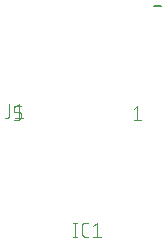
<source format=gbr>
G04 EAGLE Gerber RS-274X export*
G75*
%MOMM*%
%FSLAX34Y34*%
%LPD*%
%INSilkscreen Top*%
%IPPOS*%
%AMOC8*
5,1,8,0,0,1.08239X$1,22.5*%
G01*
%ADD10C,0.101600*%
%ADD11C,0.127000*%


D10*
X82987Y31242D02*
X82987Y19558D01*
X81689Y19558D02*
X84286Y19558D01*
X84286Y31242D02*
X81689Y31242D01*
X91449Y19558D02*
X94046Y19558D01*
X91449Y19558D02*
X91350Y19560D01*
X91250Y19566D01*
X91151Y19575D01*
X91053Y19588D01*
X90955Y19605D01*
X90857Y19626D01*
X90761Y19651D01*
X90666Y19679D01*
X90572Y19711D01*
X90479Y19746D01*
X90387Y19785D01*
X90297Y19828D01*
X90209Y19873D01*
X90122Y19923D01*
X90038Y19975D01*
X89955Y20031D01*
X89875Y20089D01*
X89797Y20151D01*
X89722Y20216D01*
X89649Y20284D01*
X89579Y20354D01*
X89511Y20427D01*
X89446Y20502D01*
X89384Y20580D01*
X89326Y20660D01*
X89270Y20743D01*
X89218Y20827D01*
X89168Y20914D01*
X89123Y21002D01*
X89080Y21092D01*
X89041Y21184D01*
X89006Y21277D01*
X88974Y21371D01*
X88946Y21466D01*
X88921Y21562D01*
X88900Y21660D01*
X88883Y21758D01*
X88870Y21856D01*
X88861Y21955D01*
X88855Y22055D01*
X88853Y22154D01*
X88853Y28646D01*
X88855Y28745D01*
X88861Y28845D01*
X88870Y28944D01*
X88883Y29042D01*
X88900Y29140D01*
X88921Y29238D01*
X88946Y29334D01*
X88974Y29429D01*
X89006Y29523D01*
X89041Y29616D01*
X89080Y29708D01*
X89123Y29798D01*
X89168Y29886D01*
X89218Y29973D01*
X89270Y30057D01*
X89326Y30140D01*
X89384Y30220D01*
X89446Y30298D01*
X89511Y30373D01*
X89579Y30446D01*
X89649Y30516D01*
X89722Y30584D01*
X89797Y30649D01*
X89875Y30711D01*
X89955Y30769D01*
X90038Y30825D01*
X90122Y30877D01*
X90209Y30927D01*
X90297Y30972D01*
X90387Y31015D01*
X90479Y31054D01*
X90571Y31089D01*
X90666Y31121D01*
X90761Y31149D01*
X90857Y31174D01*
X90955Y31195D01*
X91053Y31212D01*
X91151Y31225D01*
X91250Y31234D01*
X91350Y31240D01*
X91449Y31242D01*
X94046Y31242D01*
X98411Y28646D02*
X101656Y31242D01*
X101656Y19558D01*
X98411Y19558D02*
X104902Y19558D01*
D11*
X149860Y214630D02*
X156210Y214630D01*
D10*
X135834Y130302D02*
X132588Y127706D01*
X135834Y130302D02*
X135834Y118618D01*
X139079Y118618D02*
X132588Y118618D01*
X34883Y118618D02*
X30988Y118618D01*
X34883Y118618D02*
X34982Y118620D01*
X35082Y118626D01*
X35181Y118635D01*
X35279Y118648D01*
X35377Y118665D01*
X35475Y118686D01*
X35571Y118711D01*
X35666Y118739D01*
X35760Y118771D01*
X35853Y118806D01*
X35945Y118845D01*
X36035Y118888D01*
X36123Y118933D01*
X36210Y118983D01*
X36294Y119035D01*
X36377Y119091D01*
X36457Y119149D01*
X36535Y119211D01*
X36610Y119276D01*
X36683Y119344D01*
X36753Y119414D01*
X36821Y119487D01*
X36886Y119562D01*
X36948Y119640D01*
X37006Y119720D01*
X37062Y119803D01*
X37114Y119887D01*
X37164Y119974D01*
X37209Y120062D01*
X37252Y120152D01*
X37291Y120244D01*
X37326Y120337D01*
X37358Y120431D01*
X37386Y120526D01*
X37411Y120622D01*
X37432Y120720D01*
X37449Y120818D01*
X37462Y120916D01*
X37471Y121015D01*
X37477Y121115D01*
X37479Y121214D01*
X37479Y122513D01*
X37477Y122612D01*
X37471Y122712D01*
X37462Y122811D01*
X37449Y122909D01*
X37432Y123007D01*
X37411Y123105D01*
X37386Y123201D01*
X37358Y123296D01*
X37326Y123390D01*
X37291Y123483D01*
X37252Y123575D01*
X37209Y123665D01*
X37164Y123753D01*
X37114Y123840D01*
X37062Y123924D01*
X37006Y124007D01*
X36948Y124087D01*
X36886Y124165D01*
X36821Y124240D01*
X36753Y124313D01*
X36683Y124383D01*
X36610Y124451D01*
X36535Y124516D01*
X36457Y124578D01*
X36377Y124636D01*
X36294Y124692D01*
X36210Y124744D01*
X36123Y124794D01*
X36035Y124839D01*
X35945Y124882D01*
X35853Y124921D01*
X35760Y124956D01*
X35666Y124988D01*
X35571Y125016D01*
X35475Y125041D01*
X35377Y125062D01*
X35279Y125079D01*
X35181Y125092D01*
X35082Y125101D01*
X34982Y125107D01*
X34883Y125109D01*
X30988Y125109D01*
X30988Y130302D01*
X37479Y130302D01*
X27263Y131572D02*
X27263Y122484D01*
X27262Y122484D02*
X27260Y122385D01*
X27254Y122285D01*
X27245Y122186D01*
X27232Y122088D01*
X27215Y121990D01*
X27194Y121892D01*
X27169Y121796D01*
X27141Y121701D01*
X27109Y121607D01*
X27074Y121514D01*
X27035Y121422D01*
X26992Y121332D01*
X26947Y121244D01*
X26897Y121157D01*
X26845Y121073D01*
X26789Y120990D01*
X26731Y120910D01*
X26669Y120832D01*
X26604Y120757D01*
X26536Y120684D01*
X26466Y120614D01*
X26393Y120546D01*
X26318Y120481D01*
X26240Y120419D01*
X26160Y120361D01*
X26077Y120305D01*
X25993Y120253D01*
X25906Y120203D01*
X25818Y120158D01*
X25728Y120115D01*
X25636Y120076D01*
X25543Y120041D01*
X25449Y120009D01*
X25354Y119981D01*
X25258Y119956D01*
X25160Y119935D01*
X25062Y119918D01*
X24964Y119905D01*
X24865Y119896D01*
X24765Y119890D01*
X24666Y119888D01*
X23368Y119888D01*
X32536Y128976D02*
X35782Y131572D01*
X35782Y119888D01*
X39027Y119888D02*
X32536Y119888D01*
M02*

</source>
